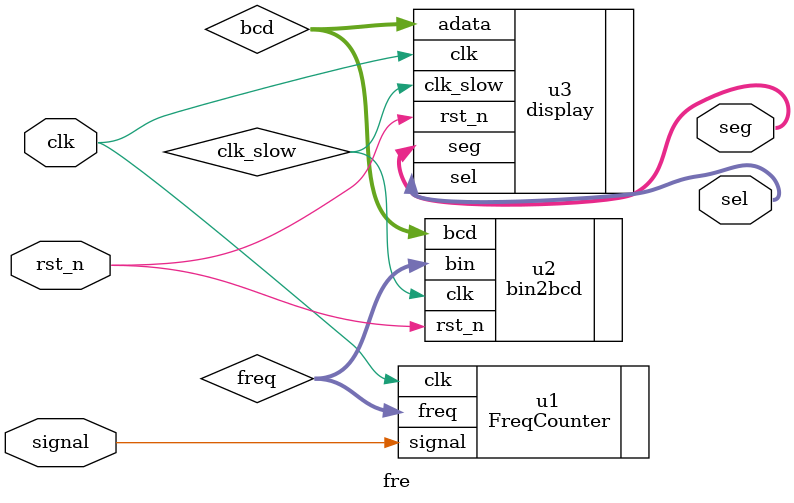
<source format=v>
module fre(clk,rst_n,seg,sel,signal);
	input clk;
	input rst_n;
	input signal;
	
	output [2:0] sel;
	output [7:0] seg;
	
	wire clk_slow;
	wire [15:0] freq;
	wire [19:0] bcd; 
	
	
	
	
	FreqCounter u1(.clk(clk),
						.signal(signal),
						.freq(freq)			
	);
	
	bin2bcd u2(.clk(clk_slow),
					.rst_n(rst_n),
					.bin(freq),
					.bcd(bcd)
	);
	
	display u3(.clk(clk),
					.rst_n(rst_n),
					.adata(bcd),
					.sel(sel),
					.seg(seg),
					.clk_slow(clk_slow)
	);
	
endmodule

</source>
